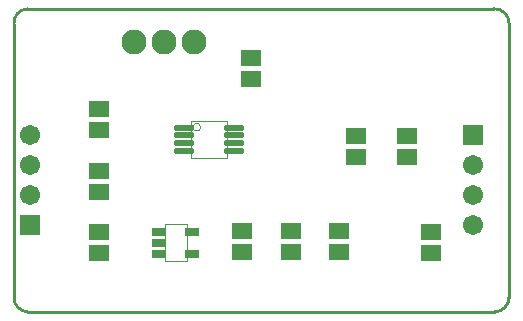
<source format=gts>
G04*
G04 #@! TF.GenerationSoftware,Altium Limited,Altium Designer,20.0.13 (296)*
G04*
G04 Layer_Color=8388736*
%FSLAX24Y24*%
%MOIN*%
G70*
G01*
G75*
%ADD10C,0.0100*%
%ADD14C,0.0039*%
%ADD18R,0.0659X0.0537*%
%ADD19R,0.0513X0.0316*%
%ADD20O,0.0709X0.0209*%
%ADD21C,0.0828*%
%ADD22C,0.0671*%
%ADD23R,0.0671X0.0671*%
D10*
X16020Y-1D02*
G03*
X16500Y500I5J476D01*
G01*
Y9620D02*
G03*
X15999Y10100I-476J5D01*
G01*
X450Y10100D02*
G03*
X0Y9600I25J-475D01*
G01*
Y470D02*
G03*
X452Y-3I476J3D01*
G01*
X13100Y10100D02*
X15999D01*
X16500Y8250D02*
Y9620D01*
Y475D02*
Y6400D01*
X450Y0D02*
X16025D01*
X0Y450D02*
Y9600D01*
X450Y10100D02*
X10700Y10100D01*
X16500Y6400D02*
Y8250D01*
X10700Y10100D02*
X13100D01*
D14*
X6224Y6154D02*
G03*
X6224Y6154I-128J0D01*
G01*
X5046Y1690D02*
Y2910D01*
X5754Y1690D02*
Y2910D01*
X5046D02*
X5754D01*
X5046Y1690D02*
X5754D01*
X5890Y5140D02*
Y6360D01*
X7110Y5140D02*
Y6360D01*
X5890D02*
X7110D01*
X5890Y5140D02*
X7110D01*
D18*
X13900Y1950D02*
D03*
Y2650D02*
D03*
X2850Y4000D02*
D03*
Y4701D02*
D03*
Y1950D02*
D03*
Y2651D02*
D03*
X2850Y6751D02*
D03*
Y6050D02*
D03*
X13100Y5850D02*
D03*
Y5150D02*
D03*
X11400D02*
D03*
Y5850D02*
D03*
X7900Y7749D02*
D03*
Y8450D02*
D03*
X10850Y2000D02*
D03*
Y2700D02*
D03*
X9225Y2000D02*
D03*
Y2700D02*
D03*
X7600Y2000D02*
D03*
Y2700D02*
D03*
D19*
X4849Y2674D02*
D03*
Y2300D02*
D03*
Y1926D02*
D03*
X5951D02*
D03*
Y2674D02*
D03*
D20*
X5673Y6134D02*
D03*
Y5878D02*
D03*
Y5622D02*
D03*
Y5366D02*
D03*
X7327Y6134D02*
D03*
Y5878D02*
D03*
Y5622D02*
D03*
Y5366D02*
D03*
D21*
X3992Y9000D02*
D03*
X6000D02*
D03*
X5000D02*
D03*
D22*
X15300Y2900D02*
D03*
Y3900D02*
D03*
Y4900D02*
D03*
X550Y5900D02*
D03*
Y4900D02*
D03*
Y3900D02*
D03*
D23*
X15300Y5900D02*
D03*
X550Y2900D02*
D03*
M02*

</source>
